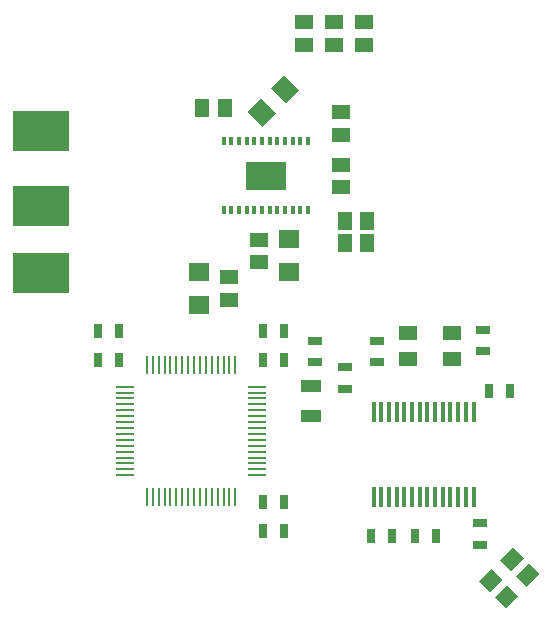
<source format=gtp>
G75*
%MOIN*%
%OFA0B0*%
%FSLAX25Y25*%
%IPPOS*%
%LPD*%
%AMOC8*
5,1,8,0,0,1.08239X$1,22.5*
%
%ADD10R,0.07087X0.06299*%
%ADD11R,0.05118X0.05906*%
%ADD12R,0.06299X0.07087*%
%ADD13R,0.05906X0.05118*%
%ADD14R,0.01181X0.02953*%
%ADD15R,0.13780X0.09449*%
%ADD16R,0.00984X0.06102*%
%ADD17R,0.06102X0.00984*%
%ADD18R,0.01575X0.06890*%
%ADD19R,0.07087X0.03937*%
%ADD20R,0.03150X0.04724*%
%ADD21R,0.04724X0.03150*%
%ADD22R,0.06299X0.04921*%
%ADD23R,0.03937X0.00984*%
%ADD24R,0.00984X0.03937*%
%ADD25R,0.18504X0.13504*%
D10*
X0073900Y0145888D03*
X0073900Y0156912D03*
X0103900Y0156888D03*
X0103900Y0167912D03*
D11*
X0122660Y0166400D03*
X0122660Y0173900D03*
X0130140Y0173900D03*
X0130140Y0166400D03*
X0082640Y0211400D03*
X0075160Y0211400D03*
G36*
X0178048Y0057219D02*
X0174429Y0060838D01*
X0178604Y0065013D01*
X0182223Y0061394D01*
X0178048Y0057219D01*
G37*
G36*
X0176267Y0044858D02*
X0172648Y0048477D01*
X0176823Y0052652D01*
X0180442Y0049033D01*
X0176267Y0044858D01*
G37*
G36*
X0170977Y0050148D02*
X0167358Y0053767D01*
X0171533Y0057942D01*
X0175152Y0054323D01*
X0170977Y0050148D01*
G37*
G36*
X0183338Y0051929D02*
X0179719Y0055548D01*
X0183894Y0059723D01*
X0187513Y0056104D01*
X0183338Y0051929D01*
G37*
D12*
G36*
X0090272Y0210281D02*
X0094725Y0214734D01*
X0099734Y0209725D01*
X0095281Y0205272D01*
X0090272Y0210281D01*
G37*
G36*
X0098066Y0218075D02*
X0102519Y0222528D01*
X0107528Y0217519D01*
X0103075Y0213066D01*
X0098066Y0218075D01*
G37*
D13*
X0108900Y0232660D03*
X0108900Y0240140D03*
X0118900Y0240140D03*
X0118900Y0232660D03*
X0128900Y0232660D03*
X0128900Y0240140D03*
X0121400Y0210140D03*
X0121400Y0202660D03*
X0121400Y0192640D03*
X0121400Y0185160D03*
X0093900Y0167640D03*
X0093900Y0160160D03*
X0083900Y0155140D03*
X0083900Y0147660D03*
D14*
X0084786Y0177384D03*
X0087345Y0177384D03*
X0089904Y0177384D03*
X0092463Y0177384D03*
X0095022Y0177384D03*
X0097581Y0177384D03*
X0100140Y0177384D03*
X0102699Y0177384D03*
X0105258Y0177384D03*
X0107817Y0177384D03*
X0110376Y0177384D03*
X0110376Y0200416D03*
X0107817Y0200416D03*
X0105258Y0200416D03*
X0102699Y0200416D03*
X0100140Y0200416D03*
X0097581Y0200416D03*
X0095022Y0200416D03*
X0092463Y0200416D03*
X0089904Y0200416D03*
X0087345Y0200416D03*
X0084786Y0200416D03*
X0082227Y0200416D03*
X0082227Y0177384D03*
D15*
X0096400Y0188900D03*
D16*
X0056636Y0081853D03*
X0058605Y0081853D03*
X0060573Y0081853D03*
X0062542Y0081853D03*
X0064510Y0081853D03*
X0066479Y0081853D03*
X0068447Y0081853D03*
X0070416Y0081853D03*
X0072384Y0081853D03*
X0074353Y0081853D03*
X0076321Y0081853D03*
X0078290Y0081853D03*
X0080258Y0081853D03*
X0082227Y0081853D03*
X0084195Y0081853D03*
X0086164Y0081853D03*
X0086164Y0125947D03*
X0084195Y0125947D03*
X0082227Y0125947D03*
X0080258Y0125947D03*
X0078290Y0125947D03*
X0076321Y0125947D03*
X0074353Y0125947D03*
X0072384Y0125947D03*
X0070416Y0125947D03*
X0068447Y0125947D03*
X0066479Y0125947D03*
X0064510Y0125947D03*
X0062542Y0125947D03*
X0060573Y0125947D03*
X0058605Y0125947D03*
X0056636Y0125947D03*
D17*
X0049353Y0118664D03*
X0049353Y0116695D03*
X0049353Y0114727D03*
X0049353Y0112758D03*
X0049353Y0110790D03*
X0049353Y0108821D03*
X0049353Y0106853D03*
X0049353Y0104884D03*
X0049353Y0102916D03*
X0049353Y0100947D03*
X0049353Y0098979D03*
X0049353Y0097010D03*
X0049353Y0095042D03*
X0049353Y0093073D03*
X0049353Y0091105D03*
X0049353Y0089136D03*
X0093447Y0089136D03*
X0093447Y0091105D03*
X0093447Y0093073D03*
X0093447Y0095042D03*
X0093447Y0097010D03*
X0093447Y0098979D03*
X0093447Y0100947D03*
X0093447Y0102916D03*
X0093447Y0104884D03*
X0093447Y0106853D03*
X0093447Y0108821D03*
X0093447Y0110790D03*
X0093447Y0112758D03*
X0093447Y0114727D03*
X0093447Y0116695D03*
X0093447Y0118664D03*
D18*
X0132266Y0110199D03*
X0134825Y0110199D03*
X0137384Y0110199D03*
X0139943Y0110199D03*
X0142502Y0110199D03*
X0145061Y0110199D03*
X0147620Y0110199D03*
X0150180Y0110199D03*
X0152739Y0110199D03*
X0155298Y0110199D03*
X0157857Y0110199D03*
X0160416Y0110199D03*
X0162975Y0110199D03*
X0165534Y0110199D03*
X0165534Y0081853D03*
X0162975Y0081853D03*
X0160416Y0081853D03*
X0157857Y0081853D03*
X0155298Y0081853D03*
X0152739Y0081853D03*
X0150180Y0081853D03*
X0147620Y0081853D03*
X0145061Y0081853D03*
X0142502Y0081853D03*
X0139943Y0081853D03*
X0137384Y0081853D03*
X0134825Y0081853D03*
X0132266Y0081853D03*
D19*
X0111400Y0108979D03*
X0111400Y0118821D03*
D20*
X0102424Y0127522D03*
X0095337Y0127522D03*
X0095337Y0137365D03*
X0102424Y0137365D03*
X0102424Y0080278D03*
X0095337Y0080278D03*
X0095337Y0070435D03*
X0102424Y0070435D03*
X0131420Y0068959D03*
X0138506Y0068959D03*
X0146026Y0068959D03*
X0153113Y0068959D03*
X0170632Y0117187D03*
X0177719Y0117187D03*
X0047463Y0127522D03*
X0040376Y0127522D03*
X0040376Y0137365D03*
X0047463Y0137365D03*
D21*
X0112739Y0133939D03*
X0112739Y0126853D03*
X0122581Y0125081D03*
X0122581Y0117994D03*
X0133408Y0126853D03*
X0133408Y0133939D03*
X0168841Y0130455D03*
X0168841Y0137542D03*
X0167857Y0073073D03*
X0167857Y0065987D03*
D22*
X0158329Y0128034D03*
X0158329Y0136695D03*
X0143762Y0136695D03*
X0143762Y0128034D03*
D23*
X0167857Y0073782D03*
D24*
X0145711Y0068959D03*
X0170317Y0117187D03*
X0094645Y0137295D03*
X0047926Y0137495D03*
X0094567Y0070431D03*
D25*
X0021400Y0156400D03*
X0021400Y0178900D03*
X0021400Y0203900D03*
M02*

</source>
